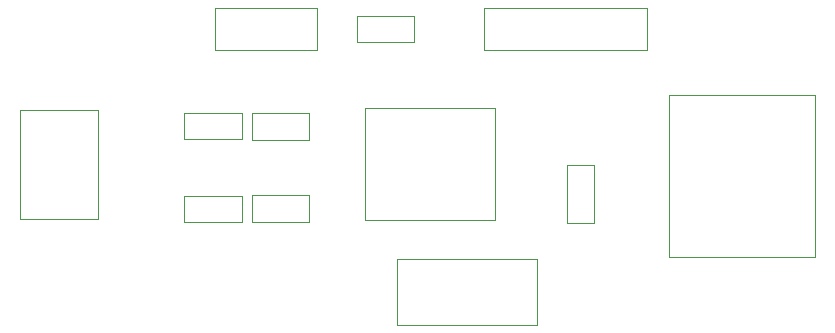
<source format=gbr>
%TF.GenerationSoftware,KiCad,Pcbnew,5.1.4-3.fc30*%
%TF.CreationDate,2019-10-19T14:32:08+02:00*%
%TF.ProjectId,ft232rl_converter_v1,66743233-3272-46c5-9f63-6f6e76657274,1.0*%
%TF.SameCoordinates,PX4fefde0PY4d83c00*%
%TF.FileFunction,Other,User*%
%FSLAX46Y46*%
G04 Gerber Fmt 4.6, Leading zero omitted, Abs format (unit mm)*
G04 Created by KiCad (PCBNEW 5.1.4-3.fc30) date 2019-10-19 14:32:08*
%MOMM*%
%LPD*%
G04 APERTURE LIST*
%ADD10C,0.050000*%
G04 APERTURE END LIST*
D10*
%TO.C,U1*%
X29345000Y20625000D02*
X29345000Y11125000D01*
X40345000Y20625000D02*
X40345000Y11125000D01*
X40345000Y11125000D02*
X29345000Y11125000D01*
X40345000Y20625000D02*
X29345000Y20625000D01*
%TO.C,J3*%
X39475000Y29105000D02*
X39475000Y25505000D01*
X53225000Y29105000D02*
X39475000Y29105000D01*
X53225000Y25505000D02*
X53225000Y29105000D01*
X39475000Y25505000D02*
X53225000Y25505000D01*
%TO.C,Y1*%
X43960000Y7880000D02*
X32060000Y7880000D01*
X43960000Y2280000D02*
X43960000Y7880000D01*
X32060000Y2280000D02*
X43960000Y2280000D01*
X32060000Y7880000D02*
X32060000Y2280000D01*
%TO.C,FB1*%
X14060000Y20246700D02*
X18960000Y20246700D01*
X14060000Y18006700D02*
X14060000Y20246700D01*
X18960000Y18006700D02*
X14060000Y18006700D01*
X18960000Y20246700D02*
X18960000Y18006700D01*
%TO.C,J2*%
X67446000Y21739000D02*
X55096000Y21739000D01*
X67446000Y7989000D02*
X67446000Y21739000D01*
X55096000Y7989000D02*
X67446000Y7989000D01*
X55096000Y21739000D02*
X55096000Y7989000D01*
%TO.C,C1*%
X24675000Y17930000D02*
X19775000Y17930000D01*
X24675000Y20170000D02*
X24675000Y17930000D01*
X19775000Y20170000D02*
X24675000Y20170000D01*
X19775000Y17930000D02*
X19775000Y20170000D01*
%TO.C,C2*%
X18960000Y10945000D02*
X14060000Y10945000D01*
X18960000Y13185000D02*
X18960000Y10945000D01*
X14060000Y13185000D02*
X18960000Y13185000D01*
X14060000Y10945000D02*
X14060000Y13185000D01*
%TO.C,C3*%
X19775000Y13250000D02*
X24675000Y13250000D01*
X19775000Y11010000D02*
X19775000Y13250000D01*
X24675000Y11010000D02*
X19775000Y11010000D01*
X24675000Y13250000D02*
X24675000Y11010000D01*
%TO.C,C4*%
X46505000Y10885000D02*
X46505000Y15785000D01*
X48745000Y10885000D02*
X46505000Y10885000D01*
X48745000Y15785000D02*
X48745000Y10885000D01*
X46505000Y15785000D02*
X48745000Y15785000D01*
%TO.C,J1*%
X180000Y20475000D02*
X6780000Y20475000D01*
X6780000Y20475000D02*
X6780000Y11275000D01*
X6780000Y11275000D02*
X180000Y11275000D01*
X180000Y11275000D02*
X180000Y20475000D01*
%TO.C,JP1*%
X25295000Y25505000D02*
X25295000Y29105000D01*
X16645000Y25505000D02*
X25295000Y25505000D01*
X16645000Y29105000D02*
X16645000Y25505000D01*
X25295000Y29105000D02*
X16645000Y29105000D01*
%TO.C,R1*%
X28665000Y28425000D02*
X33565000Y28425000D01*
X28665000Y26185000D02*
X28665000Y28425000D01*
X33565000Y26185000D02*
X28665000Y26185000D01*
X33565000Y28425000D02*
X33565000Y26185000D01*
%TD*%
M02*

</source>
